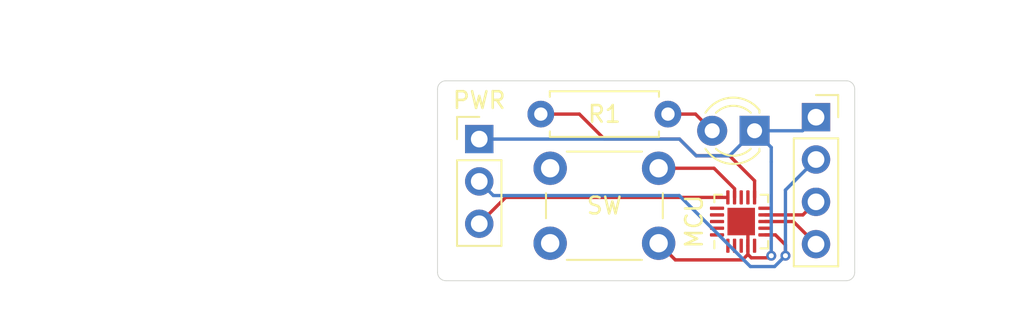
<source format=kicad_pcb>
(kicad_pcb (version 20221018) (generator pcbnew)
  (layers (0 "F.Cu" signal) (31 "B.Cu" signal) (34 "B.Paste" user) (35 "F.Paste" user) (36 "B.SilkS" user "B.Silkscreen") (37 "F.SilkS" user "F.Silkscreen") (38 "B.Mask" user) (39 "F.Mask" user) (44 "Edge.Cuts" user))
  (net 0 "")
  (net 1 "SCL")
  (net 2 "SDA")
  (net 3 "GND")
  (net 4 "VCC")
  (net 5 "DBG")
  (footprint "Package_DFN_QFN:QFN-20-1EP_3x3mm_P0.4mm_EP1.65x1.65mm" (layer "F.Cu") (at 118.2 97.45 90)
    (fp_text reference "MCU" (at 0 -2.82 90) (layer "F.SilkS"))
    (fp_text value "CH32V003" hide)
    (fp_line (start -1.61 1.61) (end -1.61 1.16) (stroke (width 0.12)) (layer "F.SilkS"))
    (fp_line (start -1.16 -1.61) (end -1.61 -1.61) (stroke (width 0.12)) (layer "F.SilkS"))
    (fp_line (start -1.16 1.61) (end -1.61 1.61) (stroke (width 0.12)) (layer "F.SilkS"))
    (fp_line (start 1.16 -1.61) (end 1.61 -1.61) (stroke (width 0.12)) (layer "F.SilkS"))
    (fp_line (start 1.16 1.61) (end 1.61 1.61) (stroke (width 0.12)) (layer "F.SilkS"))
    (fp_line (start 1.61 -1.61) (end 1.61 -1.16) (stroke (width 0.12)) (layer "F.SilkS"))
    (fp_line (start 1.61 1.61) (end 1.61 1.16) (stroke (width 0.12)) (layer "F.SilkS"))
    (pad "1" smd roundrect (at -1.45 -0.8 90) (size 0.85 0.2) (layers "F.Cu" "F.Paste" "F.Mask"))
    (pad "2" smd roundrect (at -1.45 -0.4 90) (size 0.85 0.2) (layers "F.Cu" "F.Paste" "F.Mask"))
    (pad "3" smd roundrect (at -1.45 0 90) (size 0.85 0.2) (layers "F.Cu" "F.Paste" "F.Mask"))
    (pad "4" smd roundrect (at -1.45 0.4 90) (size 0.85 0.2) (layers "F.Cu" "F.Paste" "F.Mask") (net 3 "GND"))
    (pad "5" smd roundrect (at -1.45 0.8 90) (size 0.85 0.2) (layers "F.Cu" "F.Paste" "F.Mask"))
    (pad "6" smd roundrect (at -0.8 1.45 90) (size 0.2 0.85) (layers "F.Cu" "F.Paste" "F.Mask") (net 4 "VCC"))
    (pad "7" smd roundrect (at -0.4 1.45 90) (size 0.2 0.85) (layers "F.Cu" "F.Paste" "F.Mask"))
    (pad "8" smd roundrect (at 0 1.45 90) (size 0.2 0.85) (layers "F.Cu" "F.Paste" "F.Mask") (net 2 "SDA"))
    (pad "9" smd roundrect (at 0.4 1.45 90) (size 0.2 0.85) (layers "F.Cu" "F.Paste" "F.Mask") (net 1 "SCL"))
    (pad "10" smd roundrect (at 0.8 1.45 90) (size 0.2 0.85) (layers "F.Cu" "F.Paste" "F.Mask"))
    (pad "11" smd roundrect (at 1.45 0.8 90) (size 0.85 0.2) (layers "F.Cu" "F.Paste" "F.Mask"))
    (pad "12" smd roundrect (at 1.45 0.4 90) (size 0.85 0.2) (layers "F.Cu" "F.Paste" "F.Mask"))
    (pad "13" smd roundrect (at 1.45 0 90) (size 0.85 0.2) (layers "F.Cu" "F.Paste" "F.Mask"))
    (pad "14" smd roundrect (at 1.45 -0.4 90) (size 0.85 0.2) (layers "F.Cu" "F.Paste" "F.Mask"))
    (pad "15" smd roundrect (at 1.45 -0.8 90) (size 0.85 0.2) (layers "F.Cu" "F.Paste" "F.Mask") (net 5 "DBG"))
    (pad "16" smd roundrect (at 0.8 -1.45 90) (size 0.2 0.85) (layers "F.Cu" "F.Paste" "F.Mask"))
    (pad "17" smd roundrect (at 0.4 -1.45 90) (size 0.2 0.85) (layers "F.Cu" "F.Paste" "F.Mask"))
    (pad "18" smd roundrect (at 0 -1.45 90) (size 0.2 0.85) (layers "F.Cu" "F.Paste" "F.Mask"))
    (pad "19" smd roundrect (at -0.4 -1.45 90) (size 0.2 0.85) (layers "F.Cu" "F.Paste" "F.Mask"))
    (pad "20" smd roundrect (at -0.8 -1.45 90) (size 0.2 0.85) (layers "F.Cu" "F.Paste" "F.Mask"))
    (pad "21" smd rect (at 0 0 90) (size 1.65 1.65) (layers "F.Cu" "F.Mask") (net 3 "GND"))
  )
  (footprint "Button_Switch_THT:SW_PUSH_6mm" (layer "F.Cu") (at 106.75 94.25)
    (fp_text reference "SW" (at 3.25 2.25) (layer "F.SilkS"))
    (fp_text value "SW_PUSH_6mm")
    (fp_line (start -0.25 1.5) (end -0.25 3) (stroke (width 0.12)) (layer "F.SilkS"))
    (fp_line (start 1 5.5) (end 5.5 5.5) (stroke (width 0.12)) (layer "F.SilkS"))
    (fp_line (start 5.5 -1) (end 1 -1) (stroke (width 0.12)) (layer "F.SilkS"))
    (fp_line (start 6.75 3) (end 6.75 1.5) (stroke (width 0.12)) (layer "F.SilkS"))
    (pad "1" thru_hole circle (at 0 0 90) (size 2 2) (drill 1.1) (layers "*.Cu" "*.Mask"))
    (pad "1" thru_hole circle (at 6.5 0 90) (size 2 2) (drill 1.1) (layers "*.Cu" "*.Mask"))
    (pad "2" thru_hole circle (at 0 4.5 90) (size 2 2) (drill 1.1) (layers "*.Cu" "*.Mask"))
    (pad "2" thru_hole circle (at 6.5 4.5 90) (size 2 2) (drill 1.1) (layers "*.Cu" "*.Mask") (net 3 "GND"))
  )
  (footprint "Connector_PinSocket_2.54mm:PinSocket_1x04_P2.54mm_Vertical" (layer "F.Cu") (at 122.682 91.186)
    (fp_text reference "OLED" hide)
    (fp_text value "display" hide)
    (fp_line (start -1.33 1.27) (end -1.33 8.95) (stroke (width 0.12)) (layer "F.SilkS"))
    (fp_line (start -1.33 1.27) (end 1.33 1.27) (stroke (width 0.12)) (layer "F.SilkS"))
    (fp_line (start -1.33 8.95) (end 1.33 8.95) (stroke (width 0.12)) (layer "F.SilkS"))
    (fp_line (start 0 -1.33) (end 1.33 -1.33) (stroke (width 0.12)) (layer "F.SilkS"))
    (fp_line (start 1.33 -1.33) (end 1.33 0) (stroke (width 0.12)) (layer "F.SilkS"))
    (fp_line (start 1.33 1.27) (end 1.33 8.95) (stroke (width 0.12)) (layer "F.SilkS"))
    (pad "1" thru_hole rect (at 0 0) (size 1.7 1.7) (drill 1) (layers "*.Cu" "*.Mask") (net 3 "GND"))
    (pad "2" thru_hole oval (at 0 2.54) (size 1.7 1.7) (drill 1) (layers "*.Cu" "*.Mask") (net 4 "VCC"))
    (pad "3" thru_hole oval (at 0 5.08) (size 1.7 1.7) (drill 1) (layers "*.Cu" "*.Mask") (net 1 "SCL"))
    (pad "4" thru_hole oval (at 0 7.62) (size 1.7 1.7) (drill 1) (layers "*.Cu" "*.Mask") (net 2 "SDA"))
  )
  (footprint "Resistor_THT:R_Axial_DIN0207_L6.3mm_D2.5mm_P7.62mm_Horizontal" (layer "F.Cu") (at 113.81 91 180)
    (fp_text reference "R1" (at 3.81 0) (layer "F.SilkS"))
    (fp_text value "R_Axial_DIN0207_L6.3mm_D2.5mm_P7.62mm_Horizontal")
    (fp_line (start 0.54 -1.37) (end 7.08 -1.37) (stroke (width 0.12)) (layer "F.SilkS"))
    (fp_line (start 0.54 -1.04) (end 0.54 -1.37) (stroke (width 0.12)) (layer "F.SilkS"))
    (fp_line (start 0.54 1.04) (end 0.54 1.37) (stroke (width 0.12)) (layer "F.SilkS"))
    (fp_line (start 0.54 1.37) (end 7.08 1.37) (stroke (width 0.12)) (layer "F.SilkS"))
    (fp_line (start 7.08 -1.37) (end 7.08 -1.04) (stroke (width 0.12)) (layer "F.SilkS"))
    (fp_line (start 7.08 1.37) (end 7.08 1.04) (stroke (width 0.12)) (layer "F.SilkS"))
    (pad "1" thru_hole circle (at 0 0 180) (size 1.6 1.6) (drill 0.8) (layers "*.Cu" "*.Mask"))
    (pad "2" thru_hole oval (at 7.62 0 180) (size 1.6 1.6) (drill 0.8) (layers "*.Cu" "*.Mask"))
  )
  (footprint "LED_THT:LED_D3.0mm" (layer "F.Cu") (at 119 92 180)
    (fp_text reference "LED1")
    (fp_text value "LED_D3.0mm")
    (fp_line (start -0.29 -1.236) (end -0.29 -1.08) (stroke (width 0.12)) (layer "F.SilkS"))
    (fp_line (start -0.29 1.08) (end -0.29 1.236) (stroke (width 0.12)) (layer "F.SilkS"))
    (fp_arc (start -0.29 -1.235516) (mid 1.366487 -1.987659) (end 2.942335 -1.078608) (stroke (width 0.12)) (layer "F.SilkS"))
    (fp_arc (start 0.229039 -1.08) (mid 1.270117 -1.5) (end 2.31113 -1.079837) (stroke (width 0.12)) (layer "F.SilkS"))
    (fp_arc (start 2.31113 1.079837) (mid 1.270117 1.5) (end 0.229039 1.08) (stroke (width 0.12)) (layer "F.SilkS"))
    (fp_arc (start 2.942335 1.078608) (mid 1.366487 1.987659) (end -0.29 1.235516) (stroke (width 0.12)) (layer "F.SilkS"))
    (pad "1" thru_hole rect (at 0 0 180) (size 1.8 1.8) (drill 0.9) (layers "*.Cu" "*.Mask") (net 3 "GND"))
    (pad "2" thru_hole circle (at 2.54 0 180) (size 1.8 1.8) (drill 0.9) (layers "*.Cu" "*.Mask"))
  )
  (footprint "Connector_PinHeader_2.54mm:PinHeader_1x03_P2.54mm_Vertical" (layer "F.Cu") (at 102.5 92.5)
    (fp_text reference "PWR" (at 0 -2.33) (layer "F.SilkS"))
    (fp_text value "PinHeader_1x03_P2.54mm_Vertical")
    (fp_line (start -1.33 -1.33) (end 0 -1.33) (stroke (width 0.12)) (layer "F.SilkS"))
    (fp_line (start -1.33 0) (end -1.33 -1.33) (stroke (width 0.12)) (layer "F.SilkS"))
    (fp_line (start -1.33 1.27) (end -1.33 6.41) (stroke (width 0.12)) (layer "F.SilkS"))
    (fp_line (start -1.33 1.27) (end 1.33 1.27) (stroke (width 0.12)) (layer "F.SilkS"))
    (fp_line (start -1.33 6.41) (end 1.33 6.41) (stroke (width 0.12)) (layer "F.SilkS"))
    (fp_line (start 1.33 1.27) (end 1.33 6.41) (stroke (width 0.12)) (layer "F.SilkS"))
    (pad "1" thru_hole rect (at 0 0) (size 1.7 1.7) (drill 1) (layers "*.Cu" "*.Mask") (net 3 "GND"))
    (pad "2" thru_hole oval (at 0 2.54) (size 1.7 1.7) (drill 1) (layers "*.Cu" "*.Mask") (net 4 "VCC"))
    (pad "3" thru_hole oval (at 0 5.08) (size 1.7 1.7) (drill 1) (layers "*.Cu" "*.Mask") (net 5 "DBG"))
  )
  (gr_line (start 124.5 101) (end 100.5 101) (stroke (width 0.05)) (layer "Edge.Cuts"))
  (gr_line (start 100 100.5) (end 100 89.5) (stroke (width 0.05)) (layer "Edge.Cuts"))
  (gr_arc (start 100 89.5) (mid 100.146447 89.146447) (end 100.5 89) (stroke (width 0.05)) (layer "Edge.Cuts"))
  (gr_arc (start 100.5 101) (mid 100.146447 100.853553) (end 100 100.5) (stroke (width 0.05)) (layer "Edge.Cuts"))
  (gr_line (start 100.5 89) (end 124.5 89) (stroke (width 0.05)) (layer "Edge.Cuts"))
  (gr_arc (start 125 100.5) (mid 124.853553 100.853553) (end 124.5 101) (stroke (width 0.05)) (layer "Edge.Cuts"))
  (gr_arc (start 124.5 89) (mid 124.853553 89.146447) (end 125 89.5) (stroke (width 0.05)) (layer "Edge.Cuts"))
  (gr_line (start 125 89.5) (end 125 100.5) (stroke (width 0.05)) (layer "Edge.Cuts"))
  (segment (start 117.5 93.5) (end 119 95) (width 0.2) (layer "F.Cu") (net 0))
  (segment (start 113.81 91) (end 115.46 91) (width 0.2) (layer "F.Cu") (net 0))
  (segment (start 110 92.5) (end 114.5 92.5) (width 0.2) (layer "F.Cu") (net 0))
  (segment (start 106.19 91) (end 108.5 91) (width 0.2) (layer "F.Cu") (net 0))
  (segment (start 114.5 92.5) (end 115.5 93.5) (width 0.2) (layer "F.Cu") (net 0))
  (segment (start 115.46 91) (end 116.46 92) (width 0.2) (layer "F.Cu") (net 0))
  (segment (start 115.5 93.5) (end 117.5 93.5) (width 0.2) (layer "F.Cu") (net 0))
  (segment (start 113.25 94.25) (end 116.57136 94.25) (width 0.2) (layer "F.Cu") (net 0))
  (segment (start 116.57136 94.25) (end 117.8 95.47864) (width 0.2) (layer "F.Cu") (net 0))
  (segment (start 108.5 91) (end 110 92.5) (width 0.2) (layer "F.Cu") (net 0))
  (segment (start 119 95) (end 119 96) (width 0.2) (layer "F.Cu") (net 0))
  (segment (start 117.8 95.47864) (end 117.8 96) (width 0.2) (layer "F.Cu") (net 0))
  (segment (start 121.898 97.05) (end 122.682 96.266) (width 0.2) (layer "F.Cu") (net 1))
  (segment (start 119.65 97.05) (end 121.898 97.05) (width 0.2) (layer "F.Cu") (net 1))
  (segment (start 119.65 97.45) (end 121.326 97.45) (width 0.2) (layer "F.Cu") (net 2))
  (segment (start 121.326 97.45) (end 122.682 98.806) (width 0.2) (layer "F.Cu") (net 2))
  (segment (start 122.682 91.186) (end 122.814 91.186) (width 0.2) (layer "F.Cu") (net 3))
  (segment (start 118.6 99.42136) (end 118.80364 99.625) (width 0.2) (layer "F.Cu") (net 3))
  (segment (start 113.25 98.75) (end 114.25 99.75) (width 0.2) (layer "F.Cu") (net 3))
  (segment (start 118.6 98.9) (end 118.6 97.85) (width 0.2) (layer "F.Cu") (net 3))
  (segment (start 118.6 97.85) (end 118.2 97.45) (width 0.2) (layer "F.Cu") (net 3))
  (segment (start 118.80364 99.625) (end 119.875004 99.625) (width 0.2) (layer "F.Cu") (net 3))
  (segment (start 119.875004 99.625) (end 120.000004 99.5) (width 0.2) (layer "F.Cu") (net 3))
  (segment (start 122.814 91.186) (end 123 91) (width 0.2) (layer "F.Cu") (net 3))
  (segment (start 118.6 98.9) (end 118.6 99.42136) (width 0.2) (layer "F.Cu") (net 3))
  (segment (start 118.27136 99.75) (end 118.6 99.42136) (width 0.2) (layer "F.Cu") (net 3))
  (segment (start 114.25 99.75) (end 118.27136 99.75) (width 0.2) (layer "F.Cu") (net 3))
  (via (at 120.000004 99.5) (size 0.6) (drill 0.3) (layers "F.Cu" "B.Cu") (net 3))
  (segment (start 120.000004 93.867996) (end 120.000004 99.5) (width 0.2) (layer "B.Cu") (net 3))
  (segment (start 120.000004 93.000004) (end 119 92) (width 0.2) (layer "B.Cu") (net 3))
  (segment (start 120.000004 93.867996) (end 120.000004 93.000004) (width 0.2) (layer "B.Cu") (net 3))
  (segment (start 102.5 92.5) (end 114.5 92.5) (width 0.2) (layer "B.Cu") (net 3))
  (segment (start 121.868 92) (end 122.682 91.186) (width 0.2) (layer "B.Cu") (net 3))
  (segment (start 115.5 93.5) (end 117.5 93.5) (width 0.2) (layer "B.Cu") (net 3))
  (segment (start 114.5 92.5) (end 115.5 93.5) (width 0.2) (layer "B.Cu") (net 3))
  (segment (start 117.5 93.5) (end 119 92) (width 0.2) (layer "B.Cu") (net 3))
  (segment (start 119 92) (end 121.868 92) (width 0.2) (layer "B.Cu") (net 3))
  (segment (start 119.65 98.25) (end 120.25 98.25) (width 0.2) (layer "F.Cu") (net 4))
  (segment (start 120.850003 98.850003) (end 120.850003 99.5) (width 0.2) (layer "F.Cu") (net 4))
  (segment (start 120.25 98.25) (end 120.850003 98.850003) (width 0.2) (layer "F.Cu") (net 4))
  (via (at 120.850003 99.5) (size 0.6) (drill 0.3) (layers "F.Cu" "B.Cu") (net 4))
  (segment (start 114.49 95.89) (end 118.75 100.15) (width 0.2) (layer "B.Cu") (net 4))
  (segment (start 118.75 100.15) (end 120.200003 100.15) (width 0.2) (layer "B.Cu") (net 4))
  (segment (start 103.35 95.89) (end 114.49 95.89) (width 0.2) (layer "B.Cu") (net 4))
  (segment (start 122.682 93.726) (end 120.850003 95.557997) (width 0.2) (layer "B.Cu") (net 4))
  (segment (start 120.850003 95.557997) (end 120.850003 99.5) (width 0.2) (layer "B.Cu") (net 4))
  (segment (start 120.200003 100.15) (end 120.850003 99.5) (width 0.2) (layer "B.Cu") (net 4))
  (segment (start 102.5 95.04) (end 103.35 95.89) (width 0.2) (layer "B.Cu") (net 4))
  (segment (start 122.682 93.726) (end 122.682 93.719943) (width 0.2) (layer "B.Cu") (net 4))
  (segment (start 104.08 96) (end 102.5 97.58) (width 0.2) (layer "F.Cu") (net 5))
  (segment (start 117.4 96) (end 104.08 96) (width 0.2) (layer "F.Cu") (net 5))
)
</source>
